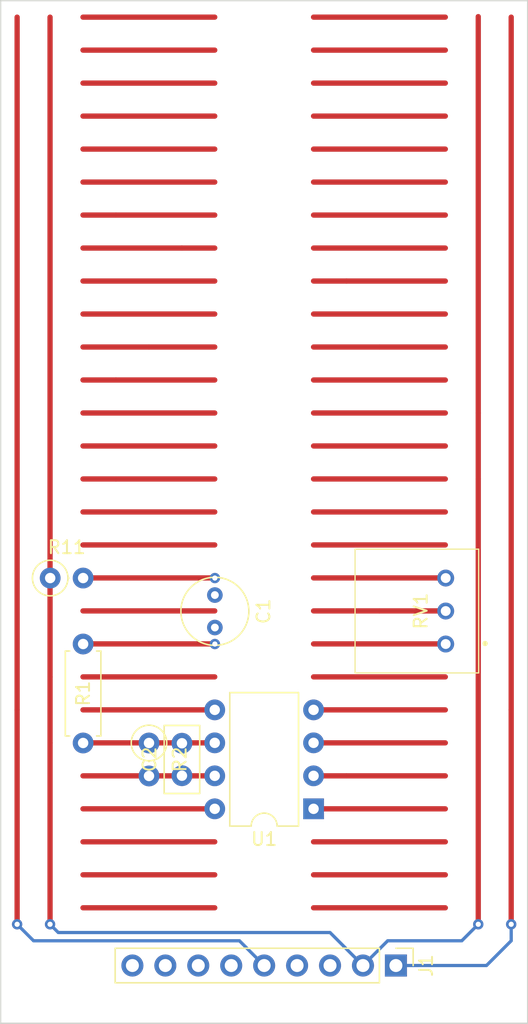
<source format=kicad_pcb>
(kicad_pcb (version 20211014) (generator pcbnew)
  (title_block (title "Audiout Prototype - Headphone Output") (date "2022-03-12") (rev "1.0") (company "Len Popp") (comment 1 "Copyright © 2022 Len Popp CC BY") (comment 2 "Layout design for my custom Eurorack breadboard prototyping module") (comment 3 "Prototype of audio output module"))
  (layers (0 "F.Cu" signal) (1 "In1.Cu" jumper "Wire1.Cu") (2 "In2.Cu" jumper "Wire2.Cu") (3 "In3.Cu" jumper "Wire3.Cu") (4 "In4.Cu" jumper "Wire4.Cu") (31 "B.Cu" signal) (34 "B.Paste" user) (35 "F.Paste" user) (36 "B.SilkS" user "B.Silkscreen") (37 "F.SilkS" user "F.Silkscreen") (38 "B.Mask" user) (39 "F.Mask" user) (44 "Edge.Cuts" user))
  (net 0 "")
  (net 1 "+12V")
  (net 2 "GND")
  (net 3 "-12V")
  (net 4 "+5V")
  (net 5 "BUS-GATE")
  (net 6 "BUS-CV")
  (net 8 "IN-OUT-1")
  (net 9 "IN-OUT-2")
  (net 10 "Net-(C1-Pad2)")
  (net 11 "Net-(C2-Pad2)")
  (net 12 "unconnected-(RV1-Pad2)")
  (net 13 "Net-(U1-Pad7)")
  (net 14 "unconnected-(U1-Pad1)")
  (net 15 "unconnected-(U1-Pad2)")
  (net 16 "unconnected-(U1-Pad3)")
  (footprint "Connector_PinHeader_2.54mm:PinHeader_1x09_P2.54mm_Vertical" (layer "F.Cu") (at 113.03 98.425 -90)
    (fp_text reference "J1" (at 0 -2.33 90) (layer "F.SilkS"))
    (fp_text value "Conn_01x09")
    (fp_line (start -1.33 21.65) (end 1.33 21.65) (layer "F.SilkS") (width 0.12))
    (fp_line (start -1.33 1.27) (end -1.33 21.65) (layer "F.SilkS") (width 0.12))
    (fp_line (start 1.33 1.27) (end 1.33 21.65) (layer "F.SilkS") (width 0.12))
    (fp_line (start -1.33 -1.33) (end 0 -1.33) (layer "F.SilkS") (width 0.12))
    (fp_line (start -1.33 1.27) (end 1.33 1.27) (layer "F.SilkS") (width 0.12))
    (fp_line (start -1.33 0) (end -1.33 -1.33) (layer "F.SilkS") (width 0.12))
    (pad "1" thru_hole rect locked (at 0 0 270) (size 1.7 1.7) (drill 1) (layers *.Cu *.Mask) (net 3 "-12V"))
    (pad "2" thru_hole oval locked (at 0 2.54 270) (size 1.7 1.7) (drill 1) (layers *.Cu *.Mask) (net 2 "GND"))
    (pad "3" thru_hole oval locked (at 0 5.08 270) (size 1.7 1.7) (drill 1) (layers *.Cu *.Mask) (net 9 "IN-OUT-2"))
    (pad "4" thru_hole oval locked (at 0 7.62 270) (size 1.7 1.7) (drill 1) (layers *.Cu *.Mask) (net 8 "IN-OUT-1"))
    (pad "5" thru_hole oval locked (at 0 10.16 270) (size 1.7 1.7) (drill 1) (layers *.Cu *.Mask) (net 1 "+12V"))
    (pad "6" thru_hole oval locked (at 0 12.7 270) (size 1.7 1.7) (drill 1) (layers *.Cu *.Mask))
    (pad "7" thru_hole oval locked (at 0 15.24 270) (size 1.7 1.7) (drill 1) (layers *.Cu *.Mask) (net 4 "+5V"))
    (pad "8" thru_hole oval locked (at 0 17.78 270) (size 1.7 1.7) (drill 1) (layers *.Cu *.Mask) (net 6 "BUS-CV"))
    (pad "9" thru_hole oval locked (at 0 20.32 270) (size 1.7 1.7) (drill 1) (layers *.Cu *.Mask) (net 5 "BUS-GATE"))
  )
  (footprint "-lmp-stripboard:SB_Gen_1" (layer "F.Cu") (at 93.99 81.29 -90)
    (fp_text reference "R2" (at 1.27 -2.37 90) (layer "F.SilkS"))
    (fp_text value "47K")
    (fp_line (start 1.37 0) (end 1.44 0) (layer "F.SilkS") (width 0.12))
    (fp_circle (center 0 0) (end 1.37 0) (layer "F.SilkS") (width 0.12) (fill none))
    (pad "1" thru_hole circle locked (at 0 0 270) (size 1.6 1.6) (drill 0.8) (layers *.Cu *.Mask) (net 11 "Net-(C2-Pad2)"))
    (pad "2" thru_hole oval locked (at 2.54 0 270) (size 1.6 1.6) (drill 0.8) (layers *.Cu *.Mask) (net 13 "Net-(U1-Pad7)"))
  )
  (footprint "-lmp-stripboard:SB_Gen_1" (layer "F.Cu") (at 86.37 68.59)
    (fp_text reference "R11" (at 1.27 -2.37) (layer "F.SilkS"))
    (fp_text value "100K")
    (fp_line (start 1.37 0) (end 1.44 0) (layer "F.SilkS") (width 0.12))
    (fp_circle (center 0 0) (end 1.37 0) (layer "F.SilkS") (width 0.12) (fill none))
    (pad "1" thru_hole circle locked (at 0 0) (size 1.6 1.6) (drill 0.8) (layers *.Cu *.Mask) (net 2 "GND"))
    (pad "2" thru_hole oval locked (at 2.54 0) (size 1.6 1.6) (drill 0.8) (layers *.Cu *.Mask) (net 8 "IN-OUT-1"))
  )
  (footprint "-lmp-misc:R_Axial_DIN0207_L6.3mm_D2.5mm_P7.62mm_Horizontal" (layer "F.Cu") (at 88.91 73.67 -90)
    (fp_text reference "R1" (at 3.81 0 90) (layer "F.SilkS"))
    (fp_text value "150K")
    (fp_line (start 0.54 -1.04) (end 0.54 -1.37) (layer "F.SilkS") (width 0.12))
    (fp_line (start 0.54 1.04) (end 0.54 1.37) (layer "F.SilkS") (width 0.12))
    (fp_line (start 7.08 -1.37) (end 7.08 -1.04) (layer "F.SilkS") (width 0.12))
    (fp_line (start 7.08 1.37) (end 7.08 1.04) (layer "F.SilkS") (width 0.12))
    (fp_line (start 0.54 1.37) (end 7.08 1.37) (layer "F.SilkS") (width 0.12))
    (fp_line (start 0.54 -1.37) (end 7.08 -1.37) (layer "F.SilkS") (width 0.12))
    (pad "1" thru_hole circle locked (at 0 0 270) (size 1.6 1.6) (drill 0.8) (layers *.Cu *.Mask) (net 10 "Net-(C1-Pad2)"))
    (pad "2" thru_hole oval locked (at 7.62 0 270) (size 1.6 1.6) (drill 0.8) (layers *.Cu *.Mask) (net 11 "Net-(C2-Pad2)"))
  )
  (footprint "-lmp-misc:C_Disc_D5.0mm_W2.5mm_P2.50mm" (layer "F.Cu") (at 96.53 83.81 90)
    (fp_text reference "C2" (at 1.25 -2.5 90) (layer "F.SilkS"))
    (fp_text value "47P")
    (fp_line (start -1.37 -1.37) (end -1.37 1.37) (layer "F.SilkS") (width 0.12))
    (fp_line (start -1.37 1.37) (end 3.87 1.37) (layer "F.SilkS") (width 0.12))
    (fp_line (start 3.87 -1.37) (end 3.87 1.37) (layer "F.SilkS") (width 0.12))
    (fp_line (start -1.37 -1.37) (end 3.87 -1.37) (layer "F.SilkS") (width 0.12))
    (pad "1" thru_hole circle locked (at 0 0 90) (size 1.6 1.6) (drill 0.8) (layers *.Cu *.Mask) (net 13 "Net-(U1-Pad7)"))
    (pad "2" thru_hole circle locked (at 2.5 0 90) (size 1.6 1.6) (drill 0.8) (layers *.Cu *.Mask) (net 11 "Net-(C2-Pad2)"))
  )
  (footprint "-lmp-misc:Potentiometer_Bourns_3310R_Top" (layer "F.Cu") (at 114.945 71.13 -90)
    (fp_text reference "RV1" (at 0 0 90) (layer "F.SilkS"))
    (fp_text value "100K" hide)
    (fp_line (start -4.765 -4.465) (end 4.765 -4.465) (layer "F.SilkS") (width 0.1))
    (fp_line (start 2.6 -4.965) (end 2.6 -4.965) (layer "F.SilkS") (width 0.2))
    (fp_line (start -4.765 5.065) (end -4.765 -4.465) (layer "F.SilkS") (width 0.1))
    (fp_line (start 4.765 5.065) (end -4.765 5.065) (layer "F.SilkS") (width 0.1))
    (fp_line (start 4.765 -4.465) (end 4.765 5.065) (layer "F.SilkS") (width 0.1))
    (fp_line (start 2.4 -4.965) (end 2.4 -4.965) (layer "F.SilkS") (width 0.2))
    (fp_arc (start 2.4 -4.965) (mid 2.5 -5.065) (end 2.6 -4.965) (layer "F.SilkS") (width 0.2))
    (fp_arc (start 2.6 -4.965) (mid 2.5 -4.865) (end 2.4 -4.965) (layer "F.SilkS") (width 0.2))
    (pad "1" thru_hole circle (at 2.54 -1.925 270) (size 1.302857 1.302857) (drill 0.76) (layers *.Cu *.Mask) (net 2 "GND"))
    (pad "2" thru_hole circle (at 0 -1.925 270) (size 1.302857 1.302857) (drill 0.76) (layers *.Cu *.Mask) (net 12 "unconnected-(RV1-Pad2)"))
    (pad "3" thru_hole circle (at -2.54 -1.925 270) (size 1.302857 1.302857) (drill 0.76) (layers *.Cu *.Mask) (net 13 "Net-(U1-Pad7)"))
  )
  (footprint "-lmp-misc:C_Radial_D5.0mm_H5.0mm_P2.50mm" (layer "F.Cu") (at 99.07 69.9 -90)
    (fp_text reference "C1" (at 1.25 -3.75 90) (layer "F.SilkS"))
    (fp_text value "10U")
    (fp_circle (center 1.25 0) (end 3.87 0) (layer "F.SilkS") (width 0.12) (fill none))
    (pad "1" thru_hole circle locked (at 0 0 270) (size 1.2 1.2) (drill 0.6) (layers *.Cu *.Mask) (net 8 "IN-OUT-1"))
    (pad "2" thru_hole circle locked (at 2.5 0 270) (size 1.2 1.2) (drill 0.6) (layers *.Cu *.Mask) (net 10 "Net-(C1-Pad2)"))
  )
  (footprint "Package_DIP:DIP-8_W7.62mm" (layer "F.Cu") (at 106.68 86.36 180)
    (fp_text reference "U1" (at 3.81 -2.33) (layer "F.SilkS"))
    (fp_text value "TL072")
    (fp_line (start 6.46 -1.33) (end 4.81 -1.33) (layer "F.SilkS") (width 0.12))
    (fp_line (start 6.46 8.95) (end 6.46 -1.33) (layer "F.SilkS") (width 0.12))
    (fp_line (start 2.81 -1.33) (end 1.16 -1.33) (layer "F.SilkS") (width 0.12))
    (fp_line (start 1.16 -1.33) (end 1.16 8.95) (layer "F.SilkS") (width 0.12))
    (fp_line (start 1.16 8.95) (end 6.46 8.95) (layer "F.SilkS") (width 0.12))
    (fp_arc (start 4.81 -1.33) (mid 3.81 -0.33) (end 2.81 -1.33) (layer "F.SilkS") (width 0.12))
    (pad "1" thru_hole rect (at 0 0 180) (size 1.6 1.6) (drill 0.8) (layers *.Cu *.Mask) (net 14 "unconnected-(U1-Pad1)"))
    (pad "2" thru_hole oval (at 0 2.54 180) (size 1.6 1.6) (drill 0.8) (layers *.Cu *.Mask) (net 15 "unconnected-(U1-Pad2)"))
    (pad "3" thru_hole oval (at 0 5.08 180) (size 1.6 1.6) (drill 0.8) (layers *.Cu *.Mask) (net 16 "unconnected-(U1-Pad3)"))
    (pad "4" thru_hole oval (at 0 7.62 180) (size 1.6 1.6) (drill 0.8) (layers *.Cu *.Mask) (net 3 "-12V"))
    (pad "5" thru_hole oval (at 7.62 7.62 180) (size 1.6 1.6) (drill 0.8) (layers *.Cu *.Mask) (net 2 "GND"))
    (pad "6" thru_hole oval (at 7.62 5.08 180) (size 1.6 1.6) (drill 0.8) (layers *.Cu *.Mask) (net 11 "Net-(C2-Pad2)"))
    (pad "7" thru_hole oval (at 7.62 2.54 180) (size 1.6 1.6) (drill 0.8) (layers *.Cu *.Mask) (net 13 "Net-(U1-Pad7)"))
    (pad "8" thru_hole oval (at 7.62 0 180) (size 1.6 1.6) (drill 0.8) (layers *.Cu *.Mask) (net 1 "+12V"))
  )
  (gr_line (start 123.19 102.87) (end 82.55 102.87) (layer "Edge.Cuts") (width 0.1))
  (gr_line (start 123.19 24.13) (end 123.19 102.87) (layer "Edge.Cuts") (width 0.1))
  (gr_line (start 82.55 102.87) (end 82.55 24.13) (layer "Edge.Cuts") (width 0.1))
  (gr_line (start 82.55 24.13) (end 123.19 24.13) (layer "Edge.Cuts") (width 0.1))
  (segment (start 99.06 27.94) (end 88.9 27.94) (width 0.4064) (layer "F.Cu") (net 0))
  (segment (start 99.06 48.26) (end 88.9 48.26) (width 0.4064) (layer "F.Cu") (net 0))
  (segment (start 99.06 38.1) (end 88.9 38.1) (width 0.4064) (layer "F.Cu") (net 0))
  (segment (start 99.06 50.8) (end 93.98 50.8) (width 0.4064) (layer "F.Cu") (net 0))
  (segment (start 99.06 76.2) (end 88.9 76.2) (width 0.4064) (layer "F.Cu") (net 0))
  (segment (start 99.06 30.48) (end 88.9 30.48) (width 0.4064) (layer "F.Cu") (net 0))
  (segment (start 99.06 45.72) (end 88.9 45.72) (width 0.4064) (layer "F.Cu") (net 0))
  (segment (start 99.06 33.02) (end 88.9 33.02) (width 0.4064) (layer "F.Cu") (net 0))
  (segment (start 116.84 63.5) (end 106.68 63.5) (width 0.4064) (layer "F.Cu") (net 0))
  (segment (start 99.06 88.9) (end 88.9 88.9) (width 0.4064) (layer "F.Cu") (net 0))
  (segment (start 99.06 58.42) (end 88.9 58.42) (width 0.4064) (layer "F.Cu") (net 0))
  (segment (start 99.06 93.98) (end 88.9 93.98) (width 0.4064) (layer "F.Cu") (net 0))
  (segment (start 99.06 60.96) (end 91.44 60.96) (width 0.4064) (layer "F.Cu") (net 0))
  (segment (start 99.06 35.56) (end 88.9 35.56) (width 0.4064) (layer "F.Cu") (net 0))
  (segment (start 99.06 53.34) (end 91.44 53.34) (width 0.4064) (layer "F.Cu") (net 0))
  (segment (start 116.84 55.88) (end 106.68 55.88) (width 0.4064) (layer "F.Cu") (net 0))
  (segment (start 99.06 63.5) (end 88.9 63.5) (width 0.4064) (layer "F.Cu") (net 0))
  (segment (start 116.84 30.48) (end 106.68 30.48) (width 0.4064) (layer "F.Cu") (net 0))
  (segment (start 99.06 66.04) (end 88.9 66.04) (width 0.4064) (layer "F.Cu") (net 0))
  (segment (start 99.06 91.44) (end 88.9 91.44) (width 0.4064) (layer "F.Cu") (net 0))
  (segment (start 99.06 71.12) (end 88.9 71.12) (width 0.4064) (layer "F.Cu") (net 0))
  (segment (start 99.06 25.4) (end 88.9 25.4) (width 0.4064) (layer "F.Cu") (net 0))
  (segment (start 116.84 38.1) (end 106.68 38.1) (width 0.4064) (layer "F.Cu") (net 0))
  (segment (start 99.06 55.88) (end 88.9 55.88) (width 0.4064) (layer "F.Cu") (net 0))
  (segment (start 116.84 40.64) (end 106.68 40.64) (width 0.4064) (layer "F.Cu") (net 0))
  (segment (start 116.84 33.02) (end 106.68 33.02) (width 0.4064) (layer "F.Cu") (net 0))
  (segment (start 116.84 76.2) (end 106.68 76.2) (width 0.4064) (layer "F.Cu") (net 0))
  (segment (start 116.84 66.04) (end 106.68 66.04) (width 0.4064) (layer "F.Cu") (net 0))
  (segment (start 116.84 88.9) (end 106.68 88.9) (width 0.4064) (layer "F.Cu") (net 0))
  (segment (start 116.84 25.4) (end 106.68 25.4) (width 0.4064) (layer "F.Cu") (net 0))
  (segment (start 116.84 50.8) (end 111.76 50.8) (width 0.4064) (layer "F.Cu") (net 0))
  (segment (start 116.84 27.94) (end 106.68 27.94) (width 0.4064) (layer "F.Cu") (net 0))
  (segment (start 116.84 43.18) (end 106.68 43.18) (width 0.4064) (layer "F.Cu") (net 0))
  (segment (start 116.84 58.42) (end 106.68 58.42) (width 0.4064) (layer "F.Cu") (net 0))
  (segment (start 116.84 91.44) (end 106.68 91.44) (width 0.4064) (layer "F.Cu") (net 0))
  (segment (start 116.84 93.98) (end 106.68 93.98) (width 0.4064) (layer "F.Cu") (net 0))
  (segment (start 116.84 48.26) (end 106.68 48.26) (width 0.4064) (layer "F.Cu") (net 0))
  (segment (start 116.84 60.96) (end 106.68 60.96) (width 0.4064) (layer "F.Cu") (net 0))
  (segment (start 116.84 45.72) (end 109.22 45.72) (width 0.4064) (layer "F.Cu") (net 0))
  (segment (start 116.84 35.56) (end 106.68 35.56) (width 0.4064) (layer "F.Cu") (net 0))
  (segment (start 116.84 53.34) (end 106.68 53.34) (width 0.4064) (layer "F.Cu") (net 0))
  (segment (start 91.44 40.64) (end 88.9 40.64) (width 0.4064) (layer "F.Cu") (net 0))
  (segment (start 111.76 50.8) (end 106.68 50.8) (width 0.4064) (layer "F.Cu") (net 0))
  (segment (start 99.06 40.64) (end 91.44 40.64) (width 0.4064) (layer "F.Cu") (net 0))
  (segment (start 96.52 43.18) (end 88.9 43.18) (width 0.4064) (layer "F.Cu") (net 0))
  (segment (start 93.98 50.8) (end 88.9 50.8) (width 0.4064) (layer "F.Cu") (net 0))
  (segment (start 91.44 53.34) (end 88.9 53.34) (width 0.4064) (layer "F.Cu") (net 0))
  (segment (start 91.44 60.96) (end 88.9 60.96) (width 0.4064) (layer "F.Cu") (net 0))
  (segment (start 99.06 43.18) (end 96.52 43.18) (width 0.4064) (layer "F.Cu") (net 0))
  (segment (start 109.22 45.72) (end 106.68 45.72) (width 0.4064) (layer "F.Cu") (net 0))
  (segment (start 83.82 25.4) (end 83.82 78.74) (width 0.4064) (layer "F.Cu") (net 1))
  (segment (start 99.06 86.36) (end 88.9 86.36) (width 0.4064) (layer "F.Cu") (net 1))
  (segment (start 83.82 95.25) (end 83.82 95.25) (width 0.4064) (layer "F.Cu") (net 1))
  (segment (start 83.82 78.74) (end 83.82 95.25) (width 0.4064) (layer "F.Cu") (net 1))
  (via (at 83.82 95.25) (size 0.8) (drill 0.4) (layers "F.Cu" "B.Cu") (net 1))
  (segment (start 102.87 98.425) (end 100.965 96.52) (width 0.25) (layer "B.Cu") (net 1))
  (segment (start 85.09 96.52) (end 84.219999 95.649999) (width 0.25) (layer "B.Cu") (net 1))
  (segment (start 100.965 96.52) (end 85.09 96.52) (width 0.25) (layer "B.Cu") (net 1))
  (segment (start 84.219999 95.649999) (end 83.82 95.25) (width 0.25) (layer "B.Cu") (net 1))
  (segment (start 99.06 78.74) (end 88.9 78.74) (width 0.4064) (layer "F.Cu") (net 2))
  (segment (start 116.84 73.66) (end 106.68 73.66) (width 0.4064) (layer "F.Cu") (net 2))
  (segment (start 119.38 95.25) (end 119.38 95.25) (width 0.4064) (layer "F.Cu") (net 2))
  (segment (start 86.36 95.25) (end 86.36 95.25) (width 0.4064) (layer "F.Cu") (net 2))
  (segment (start 86.36 76.2) (end 86.36 81.28) (width 0.4064) (layer "F.Cu") (net 2))
  (segment (start 119.38 25.36) (end 119.38 55.88) (width 0.4064) (layer "F.Cu") (net 2))
  (segment (start 119.38 60.96) (end 119.38 95.25) (width 0.4064) (layer "F.Cu") (net 2))
  (segment (start 86.36 81.28) (end 86.36 95.25) (width 0.4064) (layer "F.Cu") (net 2))
  (segment (start 119.38 55.88) (end 119.38 60.96) (width 0.4064) (layer "F.Cu") (net 2))
  (segment (start 86.36 25.4) (end 86.36 76.2) (width 0.4064) (layer "F.Cu") (net 2))
  (via (at 119.38 95.25) (size 0.8) (drill 0.4) (layers "F.Cu" "B.Cu") (net 2))
  (via (at 86.36 95.25) (size 0.8) (drill 0.4) (layers "F.Cu" "B.Cu") (net 2))
  (segment (start 86.36 95.25) (end 86.995 95.885) (width 0.25) (layer "B.Cu") (net 2))
  (segment (start 107.95 95.885) (end 110.49 98.425) (width 0.25) (layer "B.Cu") (net 2))
  (segment (start 112.395 96.52) (end 110.49 98.425) (width 0.25) (layer "B.Cu") (net 2))
  (segment (start 119.38 95.25) (end 118.11 96.52) (width 0.25) (layer "B.Cu") (net 2))
  (segment (start 118.11 96.52) (end 112.395 96.52) (width 0.25) (layer "B.Cu") (net 2))
  (segment (start 86.995 95.885) (end 107.95 95.885) (width 0.25) (layer "B.Cu") (net 2))
  (segment (start 121.92 25.4) (end 121.92 78.74) (width 0.4064) (layer "F.Cu") (net 3))
  (segment (start 116.84 78.74) (end 106.68 78.74) (width 0.4064) (layer "F.Cu") (net 3))
  (segment (start 121.92 95.25) (end 121.92 95.25) (width 0.4064) (layer "F.Cu") (net 3))
  (segment (start 121.92 78.74) (end 121.92 95.25) (width 0.4064) (layer "F.Cu") (net 3))
  (via (at 121.92 95.25) (size 0.8) (drill 0.4) (layers "F.Cu" "B.Cu") (net 3))
  (segment (start 121.92 95.25) (end 121.92 96.52) (width 0.25) (layer "B.Cu") (net 3))
  (segment (start 120.015 98.425) (end 113.03 98.425) (width 0.25) (layer "B.Cu") (net 3))
  (segment (start 121.92 96.52) (end 120.015 98.425) (width 0.25) (layer "B.Cu") (net 3))
  (segment (start 99.06 68.58) (end 88.9 68.58) (width 0.4064) (layer "F.Cu") (net 8))
  (via (at 99.07 68.59) (size 0.8) (drill 0.4) (layers "F.Cu" "B.Cu") (net 8))
  (segment (start 99.06 73.66) (end 93.98 73.66) (width 0.4064) (layer "F.Cu") (net 10))
  (segment (start 93.98 73.66) (end 88.9 73.66) (width 0.4064) (layer "F.Cu") (net 10))
  (via (at 99.07 73.67) (size 0.8) (drill 0.4) (layers "F.Cu" "B.Cu") (net 10))
  (segment (start 99.06 81.28) (end 88.9 81.28) (width 0.4064) (layer "F.Cu") (net 11))
  (segment (start 111.76 71.12) (end 106.68 71.12) (width 0.4064) (layer "F.Cu") (net 12))
  (segment (start 116.84 71.12) (end 111.76 71.12) (width 0.4064) (layer "F.Cu") (net 12))
  (segment (start 116.84 68.58) (end 106.68 68.58) (width 0.4064) (layer "F.Cu") (net 13))
  (segment (start 99.06 83.82) (end 96.52 83.82) (width 0.4064) (layer "F.Cu") (net 13))
  (segment (start 96.52 83.82) (end 88.9 83.82) (width 0.4064) (layer "F.Cu") (net 13))
  (segment (start 116.84 86.36) (end 106.68 86.36) (width 0.4064) (layer "F.Cu") (net 14))
  (segment (start 116.84 83.82) (end 109.22 83.82) (width 0.4064) (layer "F.Cu") (net 15))
  (segment (start 109.22 83.82) (end 106.68 83.82) (width 0.4064) (layer "F.Cu") (net 15))
  (segment (start 116.84 81.28) (end 106.68 81.28) (width 0.4064) (layer "F.Cu") (net 16))
)
</source>
